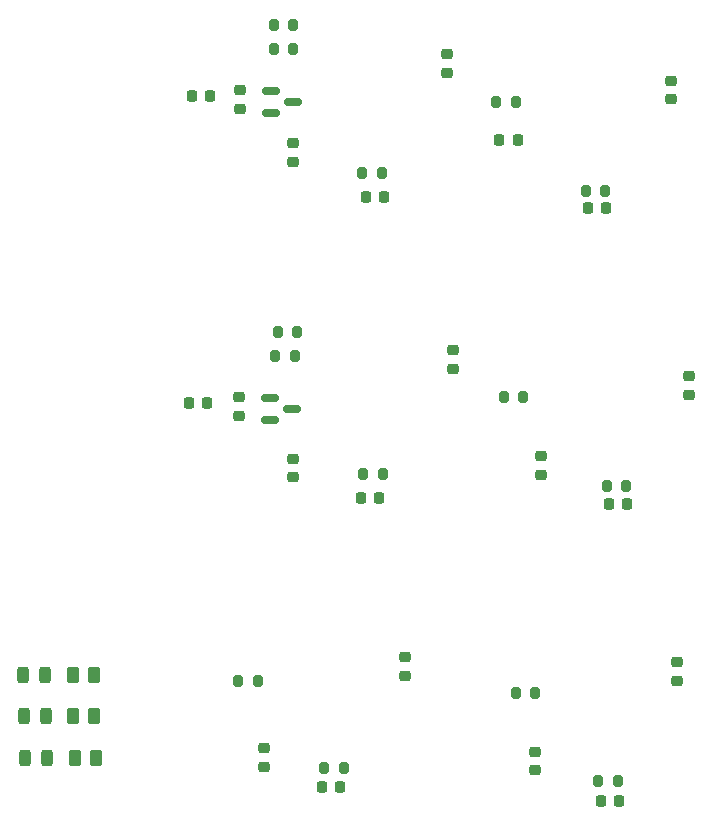
<source format=gbr>
%TF.GenerationSoftware,KiCad,Pcbnew,9.0.2*%
%TF.CreationDate,2025-07-17T12:34:20-04:00*%
%TF.ProjectId,Mirror+QC_Control,4d697272-6f72-42b5-9143-5f436f6e7472,rev?*%
%TF.SameCoordinates,Original*%
%TF.FileFunction,Paste,Top*%
%TF.FilePolarity,Positive*%
%FSLAX46Y46*%
G04 Gerber Fmt 4.6, Leading zero omitted, Abs format (unit mm)*
G04 Created by KiCad (PCBNEW 9.0.2) date 2025-07-17 12:34:20*
%MOMM*%
%LPD*%
G01*
G04 APERTURE LIST*
G04 Aperture macros list*
%AMRoundRect*
0 Rectangle with rounded corners*
0 $1 Rounding radius*
0 $2 $3 $4 $5 $6 $7 $8 $9 X,Y pos of 4 corners*
0 Add a 4 corners polygon primitive as box body*
4,1,4,$2,$3,$4,$5,$6,$7,$8,$9,$2,$3,0*
0 Add four circle primitives for the rounded corners*
1,1,$1+$1,$2,$3*
1,1,$1+$1,$4,$5*
1,1,$1+$1,$6,$7*
1,1,$1+$1,$8,$9*
0 Add four rect primitives between the rounded corners*
20,1,$1+$1,$2,$3,$4,$5,0*
20,1,$1+$1,$4,$5,$6,$7,0*
20,1,$1+$1,$6,$7,$8,$9,0*
20,1,$1+$1,$8,$9,$2,$3,0*%
G04 Aperture macros list end*
%ADD10RoundRect,0.200000X-0.200000X-0.275000X0.200000X-0.275000X0.200000X0.275000X-0.200000X0.275000X0*%
%ADD11RoundRect,0.225000X-0.250000X0.225000X-0.250000X-0.225000X0.250000X-0.225000X0.250000X0.225000X0*%
%ADD12RoundRect,0.225000X0.250000X-0.225000X0.250000X0.225000X-0.250000X0.225000X-0.250000X-0.225000X0*%
%ADD13RoundRect,0.225000X-0.225000X-0.250000X0.225000X-0.250000X0.225000X0.250000X-0.225000X0.250000X0*%
%ADD14RoundRect,0.225000X0.225000X0.250000X-0.225000X0.250000X-0.225000X-0.250000X0.225000X-0.250000X0*%
%ADD15RoundRect,0.150000X-0.587500X-0.150000X0.587500X-0.150000X0.587500X0.150000X-0.587500X0.150000X0*%
%ADD16RoundRect,0.243750X0.243750X0.456250X-0.243750X0.456250X-0.243750X-0.456250X0.243750X-0.456250X0*%
%ADD17RoundRect,0.250000X0.262500X0.450000X-0.262500X0.450000X-0.262500X-0.450000X0.262500X-0.450000X0*%
%ADD18RoundRect,0.243750X-0.243750X-0.456250X0.243750X-0.456250X0.243750X0.456250X-0.243750X0.456250X0*%
%ADD19RoundRect,0.250000X-0.262500X-0.450000X0.262500X-0.450000X0.262500X0.450000X-0.262500X0.450000X0*%
G04 APERTURE END LIST*
D10*
%TO.C,R1*%
X76850000Y-38000000D03*
X78500000Y-38000000D03*
%TD*%
D11*
%TO.C,C11*%
X99500000Y-76060000D03*
X99500000Y-74500000D03*
%TD*%
D12*
%TO.C,C19*%
X111000000Y-91940000D03*
X111000000Y-93500000D03*
%TD*%
D10*
%TO.C,R16*%
X106000000Y-102000000D03*
X104350000Y-102000000D03*
%TD*%
%TO.C,R4*%
X82775000Y-100846250D03*
X81125000Y-100846250D03*
%TD*%
D13*
%TO.C,R20*%
X71212500Y-70000000D03*
X69662500Y-70000000D03*
%TD*%
D10*
%TO.C,R8*%
X78650000Y-66000000D03*
X77000000Y-66000000D03*
%TD*%
%TO.C,R7*%
X78825000Y-64000000D03*
X77175000Y-64000000D03*
%TD*%
D14*
%TO.C,C2*%
X84225000Y-78000000D03*
X85775000Y-78000000D03*
%TD*%
D10*
%TO.C,R3*%
X78500000Y-40000000D03*
X76850000Y-40000000D03*
%TD*%
D15*
%TO.C,U2*%
X76625000Y-43550000D03*
X76625000Y-45450000D03*
X78500000Y-44500000D03*
%TD*%
D13*
%TO.C,R18*%
X71500000Y-44000000D03*
X69950000Y-44000000D03*
%TD*%
D11*
%TO.C,R19*%
X74000000Y-45050000D03*
X74000000Y-43500000D03*
%TD*%
%TO.C,C5*%
X78500000Y-49560000D03*
X78500000Y-48000000D03*
%TD*%
D10*
%TO.C,R2*%
X86000000Y-50500000D03*
X84350000Y-50500000D03*
%TD*%
D13*
%TO.C,C1*%
X86175000Y-52500000D03*
X84625000Y-52500000D03*
%TD*%
D10*
%TO.C,R11*%
X106692500Y-77000000D03*
X105042500Y-77000000D03*
%TD*%
D13*
%TO.C,C21*%
X104527500Y-103653750D03*
X106087500Y-103653750D03*
%TD*%
%TO.C,C20*%
X105220000Y-78500000D03*
X106780000Y-78500000D03*
%TD*%
%TO.C,C16*%
X80940000Y-102500000D03*
X82500000Y-102500000D03*
%TD*%
%TO.C,C15*%
X103440000Y-53500000D03*
X105000000Y-53500000D03*
%TD*%
D11*
%TO.C,C14*%
X76000000Y-99220000D03*
X76000000Y-100780000D03*
%TD*%
%TO.C,C13*%
X99000000Y-99500000D03*
X99000000Y-101060000D03*
%TD*%
%TO.C,C12*%
X88000000Y-91500000D03*
X88000000Y-93060000D03*
%TD*%
D12*
%TO.C,C10*%
X110500000Y-44280000D03*
X110500000Y-42720000D03*
%TD*%
D11*
%TO.C,C9*%
X78500000Y-74720000D03*
X78500000Y-76280000D03*
%TD*%
D12*
%TO.C,C8*%
X112000000Y-69280000D03*
X112000000Y-67720000D03*
%TD*%
D11*
%TO.C,C7*%
X92000000Y-65500000D03*
X92000000Y-67060000D03*
%TD*%
D14*
%TO.C,C6*%
X97500000Y-47720000D03*
X95940000Y-47720000D03*
%TD*%
D12*
%TO.C,C4*%
X91500000Y-42000000D03*
X91500000Y-40440000D03*
%TD*%
D11*
%TO.C,R21*%
X73937500Y-69500000D03*
X73937500Y-71050000D03*
%TD*%
D10*
%TO.C,R15*%
X97350000Y-94500000D03*
X99000000Y-94500000D03*
%TD*%
%TO.C,R12*%
X73850000Y-93500000D03*
X75500000Y-93500000D03*
%TD*%
%TO.C,R10*%
X96350000Y-69500000D03*
X98000000Y-69500000D03*
%TD*%
%TO.C,R9*%
X84450000Y-76000000D03*
X86100000Y-76000000D03*
%TD*%
%TO.C,R6*%
X103262500Y-52000000D03*
X104912500Y-52000000D03*
%TD*%
%TO.C,R5*%
X95675000Y-44500000D03*
X97325000Y-44500000D03*
%TD*%
D16*
%TO.C,D1*%
X55787500Y-100000000D03*
X57662500Y-100000000D03*
%TD*%
D17*
%TO.C,R13*%
X60000000Y-100000000D03*
X61825000Y-100000000D03*
%TD*%
D15*
%TO.C,U8*%
X76500000Y-69550000D03*
X76500000Y-71450000D03*
X78375000Y-70500000D03*
%TD*%
D18*
%TO.C,D2*%
X57600000Y-96500000D03*
X55725000Y-96500000D03*
%TD*%
D19*
%TO.C,R17*%
X59837500Y-93000000D03*
X61662500Y-93000000D03*
%TD*%
%TO.C,R14*%
X59837500Y-96500000D03*
X61662500Y-96500000D03*
%TD*%
D16*
%TO.C,D3*%
X57475000Y-93000000D03*
X55600000Y-93000000D03*
%TD*%
M02*

</source>
